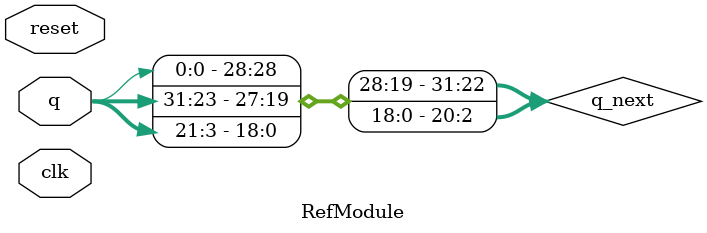
<source format=sv>

module RefModule (
  input clk,
  input reset,
  input reg [31:0] q
);

  logic [31:0] q_next;
  always@(q) begin
    q_next = q[31:1];
    q_next[31] = q[0];
    q_next[21] ^= q[0];
    q_next[1] ^= q[0];
    q_next[0] ^= q[0];
  end

  always @(posedge clk) begin
    if (reset)
      q <= 32'h1;
    else
      q <= q_next;
  end

endmodule


</source>
